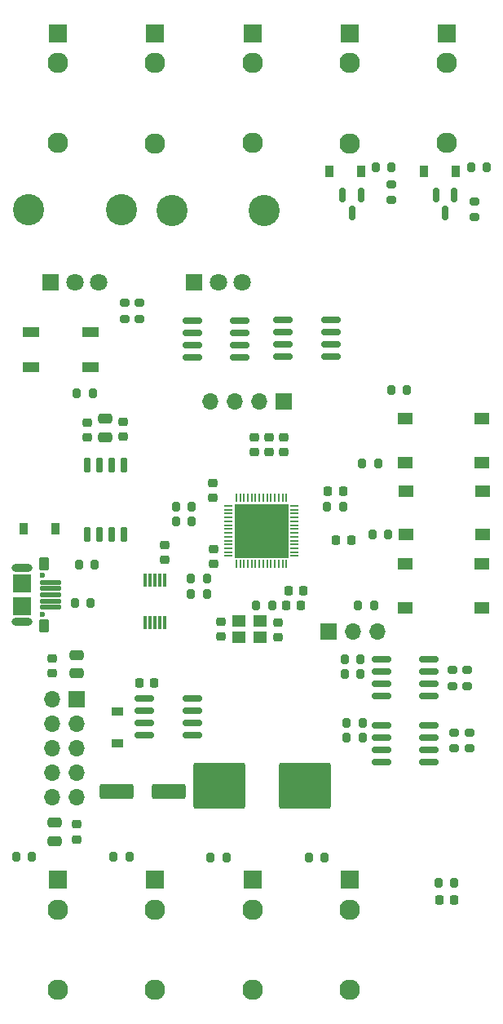
<source format=gbr>
%TF.GenerationSoftware,KiCad,Pcbnew,6.0.4-1.fc35*%
%TF.CreationDate,2022-07-20T22:04:06-04:00*%
%TF.ProjectId,vccg,76636367-2e6b-4696-9361-645f70636258,rev?*%
%TF.SameCoordinates,Original*%
%TF.FileFunction,Soldermask,Top*%
%TF.FilePolarity,Negative*%
%FSLAX46Y46*%
G04 Gerber Fmt 4.6, Leading zero omitted, Abs format (unit mm)*
G04 Created by KiCad (PCBNEW 6.0.4-1.fc35) date 2022-07-20 22:04:06*
%MOMM*%
%LPD*%
G01*
G04 APERTURE LIST*
G04 Aperture macros list*
%AMRoundRect*
0 Rectangle with rounded corners*
0 $1 Rounding radius*
0 $2 $3 $4 $5 $6 $7 $8 $9 X,Y pos of 4 corners*
0 Add a 4 corners polygon primitive as box body*
4,1,4,$2,$3,$4,$5,$6,$7,$8,$9,$2,$3,0*
0 Add four circle primitives for the rounded corners*
1,1,$1+$1,$2,$3*
1,1,$1+$1,$4,$5*
1,1,$1+$1,$6,$7*
1,1,$1+$1,$8,$9*
0 Add four rect primitives between the rounded corners*
20,1,$1+$1,$2,$3,$4,$5,0*
20,1,$1+$1,$4,$5,$6,$7,0*
20,1,$1+$1,$6,$7,$8,$9,0*
20,1,$1+$1,$8,$9,$2,$3,0*%
G04 Aperture macros list end*
%ADD10RoundRect,0.150000X0.150000X-0.650000X0.150000X0.650000X-0.150000X0.650000X-0.150000X-0.650000X0*%
%ADD11C,3.240000*%
%ADD12R,1.800000X1.800000*%
%ADD13C,1.800000*%
%ADD14RoundRect,0.200000X-0.200000X-0.275000X0.200000X-0.275000X0.200000X0.275000X-0.200000X0.275000X0*%
%ADD15RoundRect,0.225000X-0.225000X-0.250000X0.225000X-0.250000X0.225000X0.250000X-0.225000X0.250000X0*%
%ADD16R,1.930000X1.830000*%
%ADD17C,2.130000*%
%ADD18R,0.300000X1.400000*%
%ADD19RoundRect,0.150000X-0.825000X-0.150000X0.825000X-0.150000X0.825000X0.150000X-0.825000X0.150000X0*%
%ADD20RoundRect,0.200000X0.200000X0.275000X-0.200000X0.275000X-0.200000X-0.275000X0.200000X-0.275000X0*%
%ADD21RoundRect,0.225000X-0.250000X0.225000X-0.250000X-0.225000X0.250000X-0.225000X0.250000X0.225000X0*%
%ADD22R,1.550000X1.300000*%
%ADD23RoundRect,0.200000X-0.275000X0.200000X-0.275000X-0.200000X0.275000X-0.200000X0.275000X0.200000X0*%
%ADD24R,1.700000X1.700000*%
%ADD25O,1.700000X1.700000*%
%ADD26RoundRect,0.250000X0.475000X-0.250000X0.475000X0.250000X-0.475000X0.250000X-0.475000X-0.250000X0*%
%ADD27RoundRect,0.200000X0.275000X-0.200000X0.275000X0.200000X-0.275000X0.200000X-0.275000X-0.200000X0*%
%ADD28RoundRect,0.237500X2.462500X-2.137500X2.462500X2.137500X-2.462500X2.137500X-2.462500X-2.137500X0*%
%ADD29C,0.600000*%
%ADD30RoundRect,0.020000X-1.030000X-0.180000X1.030000X-0.180000X1.030000X0.180000X-1.030000X0.180000X0*%
%ADD31O,2.150000X0.900000*%
%ADD32RoundRect,0.050000X-0.450000X-0.600000X0.450000X-0.600000X0.450000X0.600000X-0.450000X0.600000X0*%
%ADD33RoundRect,0.095000X-0.855000X-0.855000X0.855000X-0.855000X0.855000X0.855000X-0.855000X0.855000X0*%
%ADD34R,1.800000X1.100000*%
%ADD35RoundRect,0.218750X-0.218750X-0.256250X0.218750X-0.256250X0.218750X0.256250X-0.218750X0.256250X0*%
%ADD36RoundRect,0.225000X0.250000X-0.225000X0.250000X0.225000X-0.250000X0.225000X-0.250000X-0.225000X0*%
%ADD37R,1.400000X1.200000*%
%ADD38R,0.900000X1.200000*%
%ADD39RoundRect,0.225000X0.225000X0.250000X-0.225000X0.250000X-0.225000X-0.250000X0.225000X-0.250000X0*%
%ADD40RoundRect,0.250000X1.500000X0.550000X-1.500000X0.550000X-1.500000X-0.550000X1.500000X-0.550000X0*%
%ADD41R,1.200000X0.900000*%
%ADD42RoundRect,0.150000X0.825000X0.150000X-0.825000X0.150000X-0.825000X-0.150000X0.825000X-0.150000X0*%
%ADD43RoundRect,0.150000X-0.150000X0.587500X-0.150000X-0.587500X0.150000X-0.587500X0.150000X0.587500X0*%
%ADD44RoundRect,0.050000X-0.387500X-0.050000X0.387500X-0.050000X0.387500X0.050000X-0.387500X0.050000X0*%
%ADD45RoundRect,0.050000X-0.050000X-0.387500X0.050000X-0.387500X0.050000X0.387500X-0.050000X0.387500X0*%
%ADD46R,5.600000X5.600000*%
G04 APERTURE END LIST*
D10*
%TO.C,U3*%
X186030000Y-78180000D03*
X187300000Y-78180000D03*
X188570000Y-78180000D03*
X189840000Y-78180000D03*
X189840000Y-70980000D03*
X188570000Y-70980000D03*
X187300000Y-70980000D03*
X186030000Y-70980000D03*
%TD*%
D11*
%TO.C,RV2*%
X179959600Y-44534600D03*
X189559600Y-44534600D03*
D12*
X182259600Y-52034600D03*
D13*
X184759600Y-52034600D03*
X187259600Y-52034600D03*
%TD*%
D14*
%TO.C,R23*%
X178650000Y-111650000D03*
X180300000Y-111650000D03*
%TD*%
%TO.C,R6*%
X214600000Y-70875000D03*
X216250000Y-70875000D03*
%TD*%
D15*
%TO.C,C1*%
X206707100Y-85599800D03*
X208257100Y-85599800D03*
%TD*%
D14*
%TO.C,R4*%
X225900000Y-40150000D03*
X227550000Y-40150000D03*
%TD*%
D16*
%TO.C,J3*%
X203200000Y-26200000D03*
D17*
X203200000Y-37600000D03*
X203200000Y-29300000D03*
%TD*%
D16*
%TO.C,J10*%
X203200000Y-114020000D03*
D17*
X203200000Y-125420000D03*
X203200000Y-117120000D03*
%TD*%
D18*
%TO.C,U6*%
X194040000Y-82940800D03*
X193540000Y-82940800D03*
X193040000Y-82940800D03*
X192540000Y-82940800D03*
X192040000Y-82940800D03*
X192040000Y-87340800D03*
X192540000Y-87340800D03*
X193040000Y-87340800D03*
X193540000Y-87340800D03*
X194040000Y-87340800D03*
%TD*%
D14*
%TO.C,R32*%
X184975000Y-63600000D03*
X186625000Y-63600000D03*
%TD*%
D19*
%TO.C,U7*%
X216575000Y-98045000D03*
X216575000Y-99315000D03*
X216575000Y-100585000D03*
X216575000Y-101855000D03*
X221525000Y-101855000D03*
X221525000Y-100585000D03*
X221525000Y-99315000D03*
X221525000Y-98045000D03*
%TD*%
D20*
%TO.C,R15*%
X214625000Y-99300000D03*
X212975000Y-99300000D03*
%TD*%
D19*
%TO.C,U2*%
X211330000Y-55930000D03*
X211330000Y-57200000D03*
X211330000Y-58470000D03*
X211330000Y-59740000D03*
X206380000Y-59740000D03*
X206380000Y-58470000D03*
X206380000Y-57200000D03*
X206380000Y-55930000D03*
%TD*%
D16*
%TO.C,J11*%
X183000000Y-114020000D03*
D17*
X183000000Y-125420000D03*
X183000000Y-117120000D03*
%TD*%
D21*
%TO.C,C7*%
X199200000Y-81270000D03*
X199200000Y-79720000D03*
%TD*%
D22*
%TO.C,SW1*%
X227050000Y-66228400D03*
X219090000Y-66228400D03*
X219090000Y-70728400D03*
X227050000Y-70728400D03*
%TD*%
D23*
%TO.C,R20*%
X224175000Y-98775000D03*
X224175000Y-100425000D03*
%TD*%
D24*
%TO.C,J6*%
X184975000Y-95295000D03*
D25*
X182435000Y-95295000D03*
X184975000Y-97835000D03*
X182435000Y-97835000D03*
X184975000Y-100375000D03*
X182435000Y-100375000D03*
X184975000Y-102915000D03*
X182435000Y-102915000D03*
X184975000Y-105455000D03*
X182435000Y-105455000D03*
%TD*%
D16*
%TO.C,J2*%
X183000000Y-26200000D03*
D17*
X183000000Y-37600000D03*
X183000000Y-29300000D03*
%TD*%
D14*
%TO.C,R11*%
X203584500Y-85599800D03*
X205234500Y-85599800D03*
%TD*%
D26*
%TO.C,C12*%
X187875000Y-68105000D03*
X187875000Y-66205000D03*
%TD*%
D24*
%TO.C,J7*%
X211055000Y-88260000D03*
D25*
X213595000Y-88260000D03*
X216135000Y-88260000D03*
%TD*%
D20*
%TO.C,R27*%
X196900000Y-75350000D03*
X195250000Y-75350000D03*
%TD*%
D23*
%TO.C,R3*%
X189900000Y-54200000D03*
X189900000Y-55850000D03*
%TD*%
D19*
%TO.C,U8*%
X216575000Y-91195000D03*
X216575000Y-92465000D03*
X216575000Y-93735000D03*
X216575000Y-95005000D03*
X221525000Y-95005000D03*
X221525000Y-93735000D03*
X221525000Y-92465000D03*
X221525000Y-91195000D03*
%TD*%
D27*
%TO.C,R10*%
X217580000Y-43530000D03*
X217580000Y-41880000D03*
%TD*%
D28*
%TO.C,L1*%
X199775000Y-104300000D03*
X208625000Y-104300000D03*
%TD*%
D29*
%TO.C,J8*%
X181365000Y-86480400D03*
X181365000Y-82480400D03*
D30*
X182245000Y-83180400D03*
X182245000Y-83830400D03*
X182245000Y-84480400D03*
X182245000Y-85130400D03*
X182245000Y-85780400D03*
D31*
X179295000Y-87305400D03*
D32*
X181545000Y-81280400D03*
D33*
X179295000Y-83330400D03*
X179295000Y-85630400D03*
D31*
X179295000Y-81655400D03*
D32*
X181545000Y-87680400D03*
%TD*%
D34*
%TO.C,SW4*%
X186361000Y-57179600D03*
X180161000Y-57179600D03*
X180161000Y-60879600D03*
X186361000Y-60879600D03*
%TD*%
D27*
%TO.C,R16*%
X225775000Y-100400000D03*
X225775000Y-98750000D03*
%TD*%
D14*
%TO.C,R29*%
X196825000Y-82825000D03*
X198475000Y-82825000D03*
%TD*%
D35*
%TO.C,D4*%
X211025000Y-73700000D03*
X212600000Y-73700000D03*
%TD*%
D36*
%TO.C,C11*%
X194081400Y-80861200D03*
X194081400Y-79311200D03*
%TD*%
D27*
%TO.C,R18*%
X225500000Y-93950000D03*
X225500000Y-92300000D03*
%TD*%
D14*
%TO.C,R24*%
X188775000Y-111700000D03*
X190425000Y-111700000D03*
%TD*%
D36*
%TO.C,C13*%
X189725000Y-68080000D03*
X189725000Y-66530000D03*
%TD*%
D14*
%TO.C,R8*%
X215650000Y-78200000D03*
X217300000Y-78200000D03*
%TD*%
D22*
%TO.C,SW3*%
X227100000Y-73700000D03*
X219140000Y-73700000D03*
X219140000Y-78200000D03*
X227100000Y-78200000D03*
%TD*%
D26*
%TO.C,C8*%
X184900000Y-92650000D03*
X184900000Y-90750000D03*
%TD*%
D36*
%TO.C,C3*%
X204956000Y-68120000D03*
X204956000Y-69670000D03*
%TD*%
D15*
%TO.C,C2*%
X211880000Y-78840000D03*
X213430000Y-78840000D03*
%TD*%
D26*
%TO.C,C9*%
X182664800Y-110037400D03*
X182664800Y-108137400D03*
%TD*%
D14*
%TO.C,R5*%
X216000000Y-40100000D03*
X217650000Y-40100000D03*
%TD*%
D36*
%TO.C,C10*%
X186055000Y-68138600D03*
X186055000Y-66588600D03*
%TD*%
D37*
%TO.C,Y1*%
X201815300Y-88900000D03*
X204015300Y-88900000D03*
X204015300Y-87200000D03*
X201815300Y-87200000D03*
%TD*%
D36*
%TO.C,C15*%
X203432000Y-69670000D03*
X203432000Y-68120000D03*
%TD*%
%TO.C,C5*%
X182425000Y-92625000D03*
X182425000Y-91075000D03*
%TD*%
D14*
%TO.C,R14*%
X184750000Y-85350000D03*
X186400000Y-85350000D03*
%TD*%
D36*
%TO.C,C14*%
X199925900Y-88813200D03*
X199925900Y-87263200D03*
%TD*%
D24*
%TO.C,J9*%
X206451200Y-64439800D03*
D25*
X203911200Y-64439800D03*
X201371200Y-64439800D03*
X198831200Y-64439800D03*
%TD*%
D17*
%TO.C,J5*%
X213300000Y-29320000D03*
X213300000Y-37620000D03*
D16*
X213300000Y-26220000D03*
%TD*%
D36*
%TO.C,C6*%
X184900000Y-109850000D03*
X184900000Y-108300000D03*
%TD*%
D20*
%TO.C,R12*%
X210962500Y-75300000D03*
X212612500Y-75300000D03*
%TD*%
D16*
%TO.C,J13*%
X213300000Y-114020000D03*
D17*
X213300000Y-125420000D03*
X213300000Y-117120000D03*
%TD*%
D20*
%TO.C,R28*%
X196900000Y-76900000D03*
X195250000Y-76900000D03*
%TD*%
D19*
%TO.C,U5*%
X192000000Y-95270000D03*
X192000000Y-96540000D03*
X192000000Y-97810000D03*
X192000000Y-99080000D03*
X196950000Y-99080000D03*
X196950000Y-97810000D03*
X196950000Y-96540000D03*
X196950000Y-95270000D03*
%TD*%
D14*
%TO.C,R26*%
X209025000Y-111775000D03*
X210675000Y-111775000D03*
%TD*%
D36*
%TO.C,C4*%
X199059800Y-74409600D03*
X199059800Y-72859600D03*
%TD*%
D38*
%TO.C,D5*%
X179452000Y-77597000D03*
X182752000Y-77597000D03*
%TD*%
D35*
%TO.C,D6*%
X222587500Y-116175000D03*
X224162500Y-116175000D03*
%TD*%
D39*
%TO.C,C18*%
X193000000Y-93600000D03*
X191450000Y-93600000D03*
%TD*%
D40*
%TO.C,C19*%
X194500000Y-104925000D03*
X189100000Y-104925000D03*
%TD*%
D20*
%TO.C,R19*%
X214625000Y-97750000D03*
X212975000Y-97750000D03*
%TD*%
%TO.C,R21*%
X214425000Y-91140000D03*
X212775000Y-91140000D03*
%TD*%
D41*
%TO.C,D3*%
X189200000Y-96550000D03*
X189200000Y-99850000D03*
%TD*%
D42*
%TO.C,U1*%
X201905000Y-59835000D03*
X201905000Y-58565000D03*
X201905000Y-57295000D03*
X201905000Y-56025000D03*
X196955000Y-56025000D03*
X196955000Y-57295000D03*
X196955000Y-58565000D03*
X196955000Y-59835000D03*
%TD*%
D36*
%TO.C,C16*%
X206480000Y-68120000D03*
X206480000Y-69670000D03*
%TD*%
D43*
%TO.C,Q1*%
X224175000Y-42962500D03*
X222275000Y-42962500D03*
X223225000Y-44837500D03*
%TD*%
D17*
%TO.C,J4*%
X223400000Y-29300000D03*
X223400000Y-37600000D03*
D16*
X223400000Y-26200000D03*
%TD*%
D14*
%TO.C,R25*%
X198850000Y-111750000D03*
X200500000Y-111750000D03*
%TD*%
%TO.C,R7*%
X214175000Y-85550000D03*
X215825000Y-85550000D03*
%TD*%
D22*
%TO.C,SW2*%
X227050000Y-81300000D03*
X219090000Y-81300000D03*
X227050000Y-85800000D03*
X219090000Y-85800000D03*
%TD*%
D21*
%TO.C,C20*%
X205869500Y-87339400D03*
X205869500Y-88889400D03*
%TD*%
D11*
%TO.C,RV1*%
X204429400Y-44595400D03*
X194829400Y-44595400D03*
D12*
X197129400Y-52095400D03*
D13*
X199629400Y-52095400D03*
X202129400Y-52095400D03*
%TD*%
D43*
%TO.C,Q2*%
X214470000Y-42972500D03*
X212570000Y-42972500D03*
X213520000Y-44847500D03*
%TD*%
D20*
%TO.C,R17*%
X214425000Y-92690000D03*
X212775000Y-92690000D03*
%TD*%
%TO.C,R13*%
X186830000Y-81320000D03*
X185180000Y-81320000D03*
%TD*%
D23*
%TO.C,R2*%
X191475000Y-54200000D03*
X191475000Y-55850000D03*
%TD*%
D27*
%TO.C,R9*%
X226225000Y-45300000D03*
X226225000Y-43650000D03*
%TD*%
D38*
%TO.C,D1*%
X220975000Y-40575000D03*
X224275000Y-40575000D03*
%TD*%
D44*
%TO.C,U4*%
X200676900Y-75251000D03*
X200676900Y-75651000D03*
X200676900Y-76051000D03*
X200676900Y-76451000D03*
X200676900Y-76851000D03*
X200676900Y-77251000D03*
X200676900Y-77651000D03*
X200676900Y-78051000D03*
X200676900Y-78451000D03*
X200676900Y-78851000D03*
X200676900Y-79251000D03*
X200676900Y-79651000D03*
X200676900Y-80051000D03*
X200676900Y-80451000D03*
D45*
X201514400Y-81288500D03*
X201914400Y-81288500D03*
X202314400Y-81288500D03*
X202714400Y-81288500D03*
X203114400Y-81288500D03*
X203514400Y-81288500D03*
X203914400Y-81288500D03*
X204314400Y-81288500D03*
X204714400Y-81288500D03*
X205114400Y-81288500D03*
X205514400Y-81288500D03*
X205914400Y-81288500D03*
X206314400Y-81288500D03*
X206714400Y-81288500D03*
D44*
X207551900Y-80451000D03*
X207551900Y-80051000D03*
X207551900Y-79651000D03*
X207551900Y-79251000D03*
X207551900Y-78851000D03*
X207551900Y-78451000D03*
X207551900Y-78051000D03*
X207551900Y-77651000D03*
X207551900Y-77251000D03*
X207551900Y-76851000D03*
X207551900Y-76451000D03*
X207551900Y-76051000D03*
X207551900Y-75651000D03*
X207551900Y-75251000D03*
D45*
X206714400Y-74413500D03*
X206314400Y-74413500D03*
X205914400Y-74413500D03*
X205514400Y-74413500D03*
X205114400Y-74413500D03*
X204714400Y-74413500D03*
X204314400Y-74413500D03*
X203914400Y-74413500D03*
X203514400Y-74413500D03*
X203114400Y-74413500D03*
X202714400Y-74413500D03*
X202314400Y-74413500D03*
X201914400Y-74413500D03*
X201514400Y-74413500D03*
D46*
X204114400Y-77851000D03*
%TD*%
D23*
%TO.C,R22*%
X223950000Y-92300000D03*
X223950000Y-93950000D03*
%TD*%
D16*
%TO.C,J1*%
X193100000Y-26220000D03*
D17*
X193100000Y-37620000D03*
X193100000Y-29320000D03*
%TD*%
D38*
%TO.C,D2*%
X214480000Y-40510000D03*
X211180000Y-40510000D03*
%TD*%
D14*
%TO.C,R30*%
X196825000Y-84375000D03*
X198475000Y-84375000D03*
%TD*%
D16*
%TO.C,J12*%
X193100000Y-114020000D03*
D17*
X193100000Y-125420000D03*
X193100000Y-117120000D03*
%TD*%
D15*
%TO.C,C17*%
X206961700Y-84025000D03*
X208511700Y-84025000D03*
%TD*%
D20*
%TO.C,R31*%
X224174600Y-114346200D03*
X222524600Y-114346200D03*
%TD*%
D14*
%TO.C,R1*%
X217600000Y-63250000D03*
X219250000Y-63250000D03*
%TD*%
M02*

</source>
